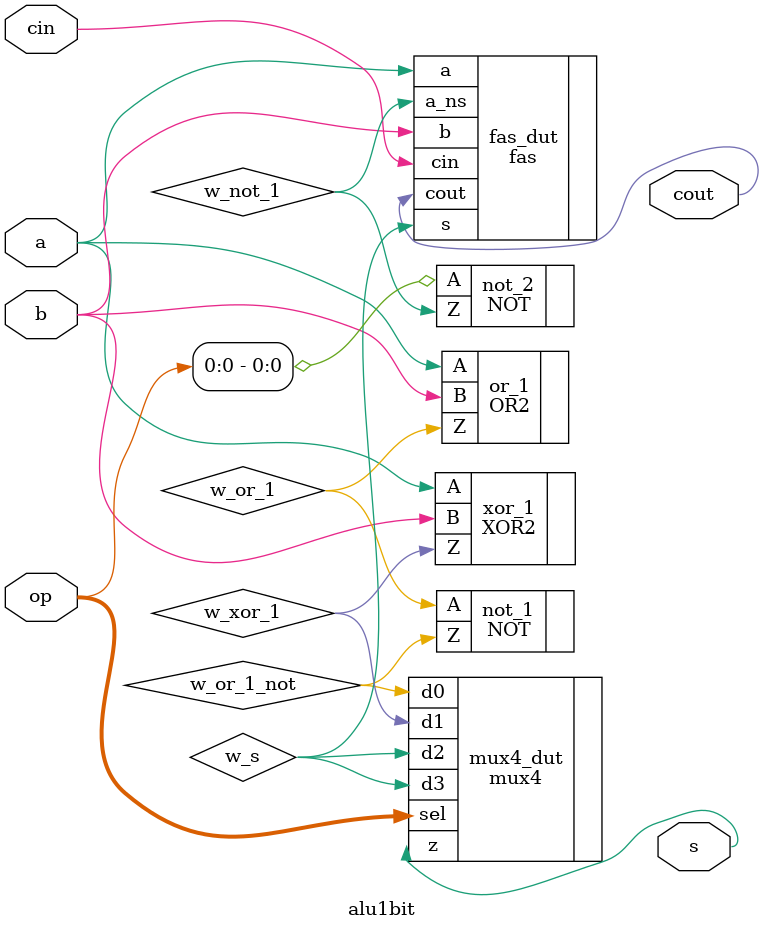
<source format=sv>
module alu1bit (
    input logic a,           // Input bit a
    input logic b,           // Input bit b
    input logic cin,         // Carry in
    input logic [1:0] op,    // Operation
    output logic s,          // Output S
    output logic cout        // Carry out
);

	// parameter B = 0;
	// parameter C = 0;
	// parameter D = 0;
	// parameter E = 0;
	// parameter F = 0;
	// parameter G = 0;

	parameter B = 10;
	parameter C = 10;
	parameter D = 5;
	parameter E = 5;
	parameter F = 8;
	parameter G = 8;

	logic w_or_1;
	logic w_or_1_not;
	logic w_xor_1;
	logic w_not_1;
	logic w_s;

	OR2 #(.Tpdlh(D), .Tpdhl(E)) or_1(.Z(w_or_1), .A(a), .B(b));
	NOT #(.Tpdlh(B), .Tpdhl(C)) not_1(.Z(w_or_1_not), .A(w_or_1));

    XOR2 #(.Tpdlh(F), .Tpdhl(G)) xor_1(.Z(w_xor_1), .A(a), .B(b));

	NOT #(.Tpdlh(B), .Tpdhl(C)) not_2(.Z(w_not_1), .A(op[0]));
    fas fas_dut(.a(a), .b(b), .cin(cin), .a_ns(w_not_1), .s(w_s), .cout(cout));

    mux4 mux4_dut(.d0(w_or_1_not), .d1(w_xor_1), .d2(w_s), .d3(w_s), .sel(op), .z(s));

endmodule

</source>
